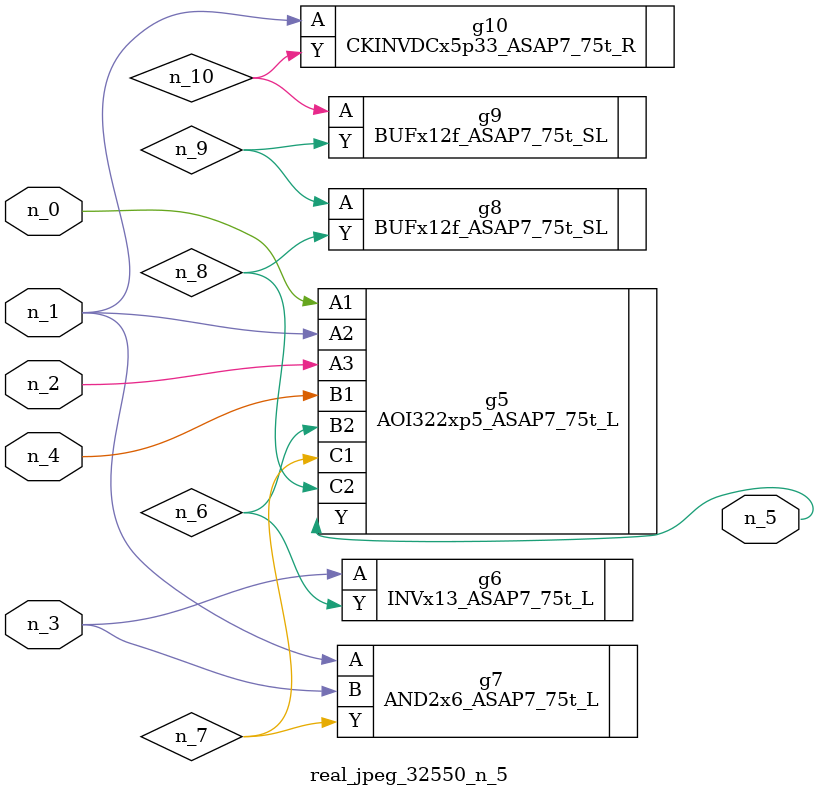
<source format=v>
module real_jpeg_32550_n_5 (n_4, n_0, n_1, n_2, n_3, n_5);

input n_4;
input n_0;
input n_1;
input n_2;
input n_3;

output n_5;

wire n_8;
wire n_6;
wire n_7;
wire n_10;
wire n_9;

AOI322xp5_ASAP7_75t_L g5 ( 
.A1(n_0),
.A2(n_1),
.A3(n_2),
.B1(n_4),
.B2(n_6),
.C1(n_7),
.C2(n_8),
.Y(n_5)
);

AND2x6_ASAP7_75t_L g7 ( 
.A(n_1),
.B(n_3),
.Y(n_7)
);

CKINVDCx5p33_ASAP7_75t_R g10 ( 
.A(n_1),
.Y(n_10)
);

INVx13_ASAP7_75t_L g6 ( 
.A(n_3),
.Y(n_6)
);

BUFx12f_ASAP7_75t_SL g8 ( 
.A(n_9),
.Y(n_8)
);

BUFx12f_ASAP7_75t_SL g9 ( 
.A(n_10),
.Y(n_9)
);


endmodule
</source>
